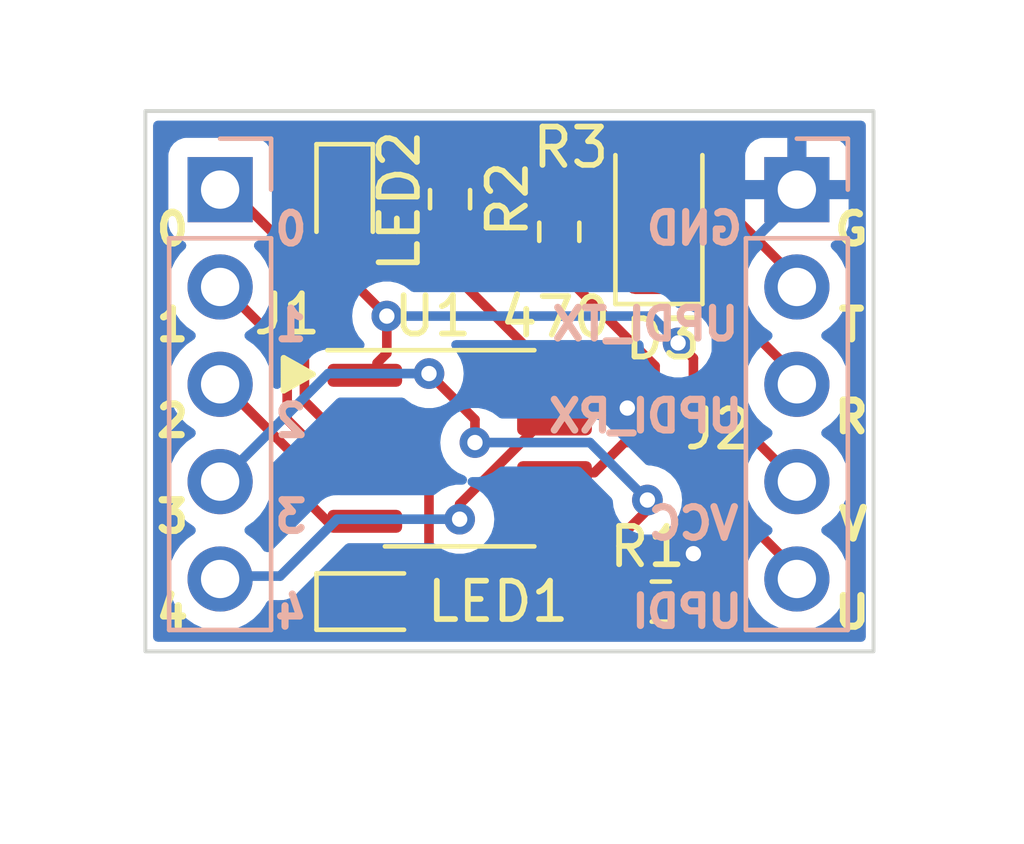
<source format=kicad_pcb>
(kicad_pcb (version 20221018) (generator pcbnew)
  (layers (0 "F.Cu" signal) (31 "B.Cu" signal) (34 "B.Paste" user) (35 "F.Paste" user) (36 "B.SilkS" user "B.Silkscreen") (37 "F.SilkS" user "F.Silkscreen") (38 "B.Mask" user) (39 "F.Mask" user) (44 "Edge.Cuts" user))
  (net 0 "")
  (net 1 "2")
  (net 2 "3")
  (net 3 "4")
  (net 4 "Net-(D1-K)")
  (net 5 "Net-(D2-K)")
  (net 6 "8")
  (net 7 "5")
  (net 8 "6")
  (net 9 "7")
  (net 10 "1")
  (net 11 "UPDI_RX")
  (net 12 "UPDI_TX")
  (footprint "Resistor_SMD:R_0603_1608Metric" (layer "F.Cu") (at 96.6 74.1 90)
    (fp_text reference "470" (at -2.225 -0.1) (layer "F.SilkS"))
    (fp_text value "R3" (at 2.2 0.3) (layer "F.SilkS"))
    (fp_line (start -0.237258 -0.5225) (end 0.237258 -0.5225) (stroke (width 0.12)) (layer "F.SilkS"))
    (fp_line (start -0.237258 0.5225) (end 0.237258 0.5225) (stroke (width 0.12)) (layer "F.SilkS"))
    (pad "1" smd roundrect (at -0.825 0 90) (size 0.8 0.95) (layers "F.Cu" "F.Paste" "F.Mask") (net 8 "6"))
    (pad "2" smd roundrect (at 0.825 0 90) (size 0.8 0.95) (layers "F.Cu" "F.Paste" "F.Mask") (net 11 "UPDI_RX"))
  )
  (footprint "Resistor_SMD:R_0603_1608Metric" (layer "F.Cu") (at 93.75 73.25 -90)
    (fp_text reference "R2" (at 0 -1.5 90) (layer "F.SilkS"))
    (fp_text value "1k")
    (fp_line (start -0.237258 -0.5225) (end 0.237258 -0.5225) (stroke (width 0.12)) (layer "F.SilkS"))
    (fp_line (start -0.237258 0.5225) (end 0.237258 0.5225) (stroke (width 0.12)) (layer "F.SilkS"))
    (pad "1" smd roundrect (at -0.825 0 270) (size 0.8 0.95) (layers "F.Cu" "F.Paste" "F.Mask") (net 5 "Net-(D2-K)"))
    (pad "2" smd roundrect (at 0.825 0 270) (size 0.8 0.95) (layers "F.Cu" "F.Paste" "F.Mask") (net 6 "8"))
  )
  (footprint "Diode_SMD:D_1206_3216Metric" (layer "F.Cu") (at 99.2 73.7 90)
    (fp_text reference "D3" (at -3.2 0.1) (layer "F.SilkS"))
    (fp_text value "RB160M-30")
    (fp_line (start -2.285 -1.135) (end -2.285 1.135) (stroke (width 0.12)) (layer "F.SilkS"))
    (fp_line (start -2.285 1.135) (end 1.6 1.135) (stroke (width 0.12)) (layer "F.SilkS"))
    (fp_line (start 1.6 -1.135) (end -2.285 -1.135) (stroke (width 0.12)) (layer "F.SilkS"))
    (pad "1" smd roundrect (at -1.4 0 90) (size 1.25 1.75) (layers "F.Cu" "F.Paste" "F.Mask") (roundrect_rratio 0.2) (net 11 "UPDI_RX"))
    (pad "2" smd roundrect (at 1.4 0 90) (size 1.25 1.75) (layers "F.Cu" "F.Paste" "F.Mask") (roundrect_rratio 0.2) (net 12 "UPDI_TX"))
  )
  (footprint "Resistor_SMD:R_0603_1608Metric" (layer "F.Cu") (at 99.25 83.75)
    (fp_text reference "R1" (at -0.35 -1.43) (layer "F.SilkS"))
    (fp_text value "1k")
    (fp_line (start -0.237258 -0.5225) (end 0.237258 -0.5225) (stroke (width 0.12)) (layer "F.SilkS"))
    (fp_line (start -0.237258 0.5225) (end 0.237258 0.5225) (stroke (width 0.12)) (layer "F.SilkS"))
    (pad "1" smd roundrect (at -0.825 0) (size 0.8 0.95) (layers "F.Cu" "F.Paste" "F.Mask") (net 4 "Net-(D1-K)"))
    (pad "2" smd roundrect (at 0.825 0) (size 0.8 0.95) (layers "F.Cu" "F.Paste" "F.Mask") (net 6 "8"))
  )
  (footprint "Diode_SMD:D_0603_1608Metric" (layer "F.Cu") (at 91.75 83.75)
    (fp_text reference "LED1" (at 3.25 0) (layer "F.SilkS"))
    (fp_text value "LED")
    (fp_line (start -1.485 -0.735) (end -1.485 0.735) (stroke (width 0.12)) (layer "F.SilkS"))
    (fp_line (start -1.485 0.735) (end 0.8 0.735) (stroke (width 0.12)) (layer "F.SilkS"))
    (fp_line (start 0.8 -0.735) (end -1.485 -0.735) (stroke (width 0.12)) (layer "F.SilkS"))
    (pad "1" smd roundrect (at -0.7875 0) (size 0.875 0.95) (layers "F.Cu" "F.Paste" "F.Mask") (net 4 "Net-(D1-K)"))
    (pad "2" smd roundrect (at 0.7875 0) (size 0.875 0.95) (layers "F.Cu" "F.Paste" "F.Mask") (net 2 "3"))
  )
  (footprint "Package_SO:SOIC-8_3.9x4.9mm_P1.27mm" (layer "F.Cu") (at 94 79.75)
    (fp_text reference "U1" (at -0.7 -3.45) (layer "F.SilkS"))
    (fp_text value "ATtiny202-SS")
    (fp_line (start 0 -2.56) (end -3.45 -2.56) (stroke (width 0.12)) (layer "F.SilkS"))
    (fp_line (start 0 -2.56) (end 1.95 -2.56) (stroke (width 0.12)) (layer "F.SilkS"))
    (fp_line (start 0 2.56) (end -1.95 2.56) (stroke (width 0.12)) (layer "F.SilkS"))
    (fp_line (start 0 2.56) (end 1.95 2.56) (stroke (width 0.12)) (layer "F.SilkS"))
    (pad "1" smd roundrect (at -2.475 -1.905) (size 1.95 0.6) (layers "F.Cu" "F.Paste" "F.Mask") (net 10 "1"))
    (pad "2" smd roundrect (at -2.475 -0.635) (size 1.95 0.6) (layers "F.Cu" "F.Paste" "F.Mask") (net 1 "2"))
    (pad "3" smd roundrect (at -2.475 0.635) (size 1.95 0.6) (layers "F.Cu" "F.Paste" "F.Mask") (net 2 "3"))
    (pad "4" smd roundrect (at -2.475 1.905) (size 1.95 0.6) (layers "F.Cu" "F.Paste" "F.Mask") (net 3 "4"))
    (pad "5" smd roundrect (at 2.475 1.905) (size 1.95 0.6) (layers "F.Cu" "F.Paste" "F.Mask") (net 7 "5"))
    (pad "6" smd roundrect (at 2.475 0.635) (size 1.95 0.6) (layers "F.Cu" "F.Paste" "F.Mask") (net 8 "6"))
    (pad "7" smd roundrect (at 2.475 -0.635) (size 1.95 0.6) (layers "F.Cu" "F.Paste" "F.Mask") (net 9 "7"))
    (pad "8" smd roundrect (at 2.475 -1.905) (size 1.95 0.6) (layers "F.Cu" "F.Paste" "F.Mask") (net 6 "8"))
  )
  (footprint "Diode_SMD:D_0603_1608Metric" (layer "F.Cu") (at 91 73.3 -90)
    (fp_text reference "LED2" (at 0 -1.43 90) (layer "F.SilkS"))
    (fp_text value "LED")
    (fp_line (start -1.485 -0.735) (end -1.485 0.735) (stroke (width 0.12)) (layer "F.SilkS"))
    (fp_line (start -1.485 0.735) (end 0.8 0.735) (stroke (width 0.12)) (layer "F.SilkS"))
    (fp_line (start 0.8 -0.735) (end -1.485 -0.735) (stroke (width 0.12)) (layer "F.SilkS"))
    (pad "1" smd roundrect (at -0.7875 0 270) (size 0.875 0.95) (layers "F.Cu" "F.Paste" "F.Mask") (net 5 "Net-(D2-K)"))
    (pad "2" smd roundrect (at 0.7875 0 270) (size 0.875 0.95) (layers "F.Cu" "F.Paste" "F.Mask") (net 10 "1"))
  )
  (footprint "Connector_PinHeader_2.54mm:PinHeader_1x05_P2.54mm_Vertical" (layer "B.Cu") (at 87.75 73 180)
    (fp_text reference "J1" (at -1.75 -3.25) (layer "F.SilkS"))
    (fp_text value "Conn_01x05_Pin")
    (fp_line (start -1.33 -11.49) (end 1.33 -11.49) (stroke (width 0.12)) (layer "B.SilkS"))
    (fp_line (start -1.33 -1.27) (end -1.33 -11.49) (stroke (width 0.12)) (layer "B.SilkS"))
    (fp_line (start -1.33 -1.27) (end 1.33 -1.27) (stroke (width 0.12)) (layer "B.SilkS"))
    (fp_line (start -1.33 0) (end -1.33 1.33) (stroke (width 0.12)) (layer "B.SilkS"))
    (fp_line (start -1.33 1.33) (end 0 1.33) (stroke (width 0.12)) (layer "B.SilkS"))
    (fp_line (start 1.33 -1.27) (end 1.33 -11.49) (stroke (width 0.12)) (layer "B.SilkS"))
    (pad "1" thru_hole rect (at 0 0 180) (size 1.7 1.7) (drill 1) (layers "*.Cu" "*.Mask") (net 1 "2"))
    (pad "2" thru_hole oval (at 0 -2.54 180) (size 1.7 1.7) (drill 1) (layers "*.Cu" "*.Mask") (net 2 "3"))
    (pad "3" thru_hole oval (at 0 -5.08 180) (size 1.7 1.7) (drill 1) (layers "*.Cu" "*.Mask") (net 3 "4"))
    (pad "4" thru_hole oval (at 0 -7.62 180) (size 1.7 1.7) (drill 1) (layers "*.Cu" "*.Mask") (net 7 "5"))
    (pad "5" thru_hole oval (at 0 -10.16 180) (size 1.7 1.7) (drill 1) (layers "*.Cu" "*.Mask") (net 9 "7"))
  )
  (footprint "Connector_PinHeader_2.54mm:PinHeader_1x05_P2.54mm_Vertical" (layer "B.Cu") (at 102.8 73 180)
    (fp_text reference "J2" (at 2.05 -6.25) (layer "F.SilkS"))
    (fp_text value "Conn_01x05_Pin")
    (fp_line (start -1.33 -11.49) (end 1.33 -11.49) (stroke (width 0.12)) (layer "B.SilkS"))
    (fp_line (start -1.33 -1.27) (end -1.33 -11.49) (stroke (width 0.12)) (layer "B.SilkS"))
    (fp_line (start -1.33 -1.27) (end 1.33 -1.27) (stroke (width 0.12)) (layer "B.SilkS"))
    (fp_line (start -1.33 0) (end -1.33 1.33) (stroke (width 0.12)) (layer "B.SilkS"))
    (fp_line (start -1.33 1.33) (end 0 1.33) (stroke (width 0.12)) (layer "B.SilkS"))
    (fp_line (start 1.33 -1.27) (end 1.33 -11.49) (stroke (width 0.12)) (layer "B.SilkS"))
    (pad "1" thru_hole rect (at 0 0 180) (size 1.7 1.7) (drill 1) (layers "*.Cu" "*.Mask") (net 6 "8"))
    (pad "2" thru_hole oval (at 0 -2.54 180) (size 1.7 1.7) (drill 1) (layers "*.Cu" "*.Mask") (net 12 "UPDI_TX"))
    (pad "3" thru_hole oval (at 0 -5.08 180) (size 1.7 1.7) (drill 1) (layers "*.Cu" "*.Mask") (net 11 "UPDI_RX"))
    (pad "4" thru_hole oval (at 0 -7.62 180) (size 1.7 1.7) (drill 1) (layers "*.Cu" "*.Mask") (net 10 "1"))
    (pad "5" thru_hole oval (at 0 -10.16 180) (size 1.7 1.7) (drill 1) (layers "*.Cu" "*.Mask") (net 8 "6"))
  )
  (gr_rect (start 85.8 70.95) (end 104.8 85.05) (stroke (width 0.1)) (fill none) (layer "Edge.Cuts"))
  (gr_text "GND" (at 101.47 74.48) (layer "B.SilkS") (effects (font (size 0.8 0.8) (thickness 0.1875)) (justify left bottom mirror)))
  (gr_text "VCC" (at 101.37 82.18) (layer "B.SilkS") (effects (font (size 0.8 0.8) (thickness 0.1875)) (justify left bottom mirror)))
  (gr_text "2" (at 90.1 79.5) (layer "B.SilkS") (effects (font (size 0.8 0.8) (thickness 0.1875)) (justify left bottom mirror)))
  (gr_text "UPDI_RX" (at 101.47 79.38) (layer "B.SilkS") (effects (font (size 0.8 0.8) (thickness 0.1875)) (justify left bottom mirror)))
  (gr_text "1" (at 90.1 77) (layer "B.SilkS") (effects (font (size 0.8 0.8) (thickness 0.1875)) (justify left bottom mirror)))
  (gr_text "0" (at 90.1 74.5) (layer "B.SilkS") (effects (font (size 0.8 0.8) (thickness 0.1875)) (justify left bottom mirror)))
  (gr_text "4" (at 90.1 84.5) (layer "B.SilkS") (effects (font (size 0.8 0.8) (thickness 0.1875)) (justify left bottom mirror)))
  (gr_text "UPDI_TX" (at 101.37 76.98) (layer "B.SilkS") (effects (font (size 0.8 0.8) (thickness 0.1875)) (justify left bottom mirror)))
  (gr_text "UPDI" (at 101.47 84.48) (layer "B.SilkS") (effects (font (size 0.8 0.8) (thickness 0.1875)) (justify left bottom mirror)))
  (gr_text "3" (at 90.1 82) (layer "B.SilkS") (effects (font (size 0.8 0.8) (thickness 0.1875)) (justify left bottom mirror)))
  (gr_text "2" (at 86 79.5) (layer "F.SilkS") (effects (font (size 0.8 0.8) (thickness 0.1875)) (justify left bottom)))
  (gr_text "U" (at 103.7 84.5) (layer "F.SilkS") (effects (font (size 0.8 0.8) (thickness 0.1875)) (justify left bottom)))
  (gr_text "T" (at 103.8 77) (layer "F.SilkS") (effects (font (size 0.8 0.8) (thickness 0.1875)) (justify left bottom)))
  (gr_text "3" (at 86 82) (layer "F.SilkS") (effects (font (size 0.8 0.8) (thickness 0.1875)) (justify left bottom)))
  (gr_text "G" (at 103.7 74.5) (layer "F.SilkS") (effects (font (size 0.8 0.8) (thickness 0.1875)) (justify left bottom)))
  (gr_text "▼" (at 90.3 77.1 90) (layer "F.SilkS") (effects (font (size 1 1)) (justify left bottom mirror)))
  (gr_text "V" (at 103.8 82.2) (layer "F.SilkS") (effects (font (size 0.8 0.8) (thickness 0.1875)) (justify left bottom)))
  (gr_text "0" (at 86 74.5) (layer "F.SilkS") (effects (font (size 0.8 0.8) (thickness 0.1875)) (justify left bottom)))
  (gr_text "R" (at 103.7 79.4) (layer "F.SilkS") (effects (font (size 0.8 0.8) (thickness 0.1875)) (justify left bottom)))
  (gr_text "4" (at 86 84.5) (layer "F.SilkS") (effects (font (size 0.8 0.8) (thickness 0.1875)) (justify left bottom)))
  (gr_text "1" (at 86 77) (layer "F.SilkS") (effects (font (size 0.8 0.8) (thickness 0.1875)) (justify left bottom)))
  (segment (start 89.95 76.05) (end 89.95 78.514999) (width 0.25) (layer "F.Cu") (net 1))
  (segment (start 87.75 73) (end 88 73) (width 0.25) (layer "F.Cu") (net 1))
  (segment (start 89.6 75.7) (end 89.95 76.05) (width 0.25) (layer "F.Cu") (net 1))
  (segment (start 90.550001 79.115) (end 91.525 79.115) (width 0.25) (layer "F.Cu") (net 1))
  (segment (start 89.95 78.514999) (end 90.550001 79.115) (width 0.25) (layer "F.Cu") (net 1))
  (segment (start 88 73) (end 89.6 74.6) (width 0.25) (layer "F.Cu") (net 1))
  (segment (start 89.6 74.6) (end 89.6 75.7) (width 0.25) (layer "F.Cu") (net 1))
  (segment (start 93.2 83.0875) (end 92.5375 83.75) (width 0.25) (layer "F.Cu") (net 2))
  (segment (start 87.75 75.465) (end 89.5 77.215) (width 0.25) (layer "F.Cu") (net 2))
  (segment (start 92.785 80.385) (end 93.2 80.8) (width 0.25) (layer "F.Cu") (net 2))
  (segment (start 90.885 80.385) (end 91.525 80.385) (width 0.25) (layer "F.Cu") (net 2))
  (segment (start 89.5 79) (end 90.885 80.385) (width 0.25) (layer "F.Cu") (net 2))
  (segment (start 93.2 80.8) (end 93.2 83.0875) (width 0.25) (layer "F.Cu") (net 2))
  (segment (start 91.525 80.385) (end 92.785 80.385) (width 0.25) (layer "F.Cu") (net 2))
  (segment (start 89.5 77.215) (end 89.5 79) (width 0.25) (layer "F.Cu") (net 2))
  (segment (start 90.550001 81.655) (end 91.525 81.655) (width 0.25) (layer "F.Cu") (net 3))
  (segment (start 89.8 80.055) (end 89.8 80.904999) (width 0.25) (layer "F.Cu") (net 3))
  (segment (start 87.75 78.005) (end 89.8 80.055) (width 0.25) (layer "F.Cu") (net 3))
  (segment (start 89.8 80.904999) (end 90.550001 81.655) (width 0.25) (layer "F.Cu") (net 3))
  (segment (start 91.8125 84.6) (end 90.9625 83.75) (width 0.25) (layer "F.Cu") (net 4))
  (segment (start 98.425 83.775) (end 97.6 84.6) (width 0.25) (layer "F.Cu") (net 4))
  (segment (start 97.6 84.6) (end 91.8125 84.6) (width 0.25) (layer "F.Cu") (net 4))
  (segment (start 98.425 83.75) (end 98.425 83.775) (width 0.25) (layer "F.Cu") (net 4))
  (segment (start 93.7125 72.4625) (end 93.75 72.425) (width 0.25) (layer "F.Cu") (net 5))
  (segment (start 90.75 72.4625) (end 93.7125 72.4625) (width 0.25) (layer "F.Cu") (net 5))
  (segment (start 97.5205 77.845) (end 96.475 77.845) (width 0.25) (layer "F.Cu") (net 6))
  (segment (start 100.075 83.75) (end 100.075 82.525) (width 0.25) (layer "F.Cu") (net 6))
  (segment (start 93.75 75.12) (end 96.475 77.845) (width 0.25) (layer "F.Cu") (net 6))
  (segment (start 93.75 74.075) (end 93.75 75.12) (width 0.25) (layer "F.Cu") (net 6))
  (segment (start 98.3755 78.7) (end 97.5205 77.845) (width 0.25) (layer "F.Cu") (net 6))
  (segment (start 100.075 82.525) (end 100.1 82.5) (width 0.25) (layer "F.Cu") (net 6))
  (via (at 98.3755 78.7) (size 0.8) (drill 0.4) (layers "F.Cu" "B.Cu") (net 6))
  (via (at 100.1 82.5) (size 0.8) (drill 0.4) (layers "F.Cu" "B.Cu") (net 6))
  (segment (start 98.3755 78.7) (end 100.1 80.4245) (width 0.25) (layer "B.Cu") (net 6))
  (segment (start 100.7 75.3) (end 103 73) (width 0.25) (layer "B.Cu") (net 6))
  (segment (start 100.1 82.5) (end 100.1 82.4) (width 0.25) (layer "B.Cu") (net 6))
  (segment (start 98.3755 78.7) (end 100.1 78.7) (width 0.25) (layer "B.Cu") (net 6))
  (segment (start 100.1 78.7) (end 100.7 78.1) (width 0.25) (layer "B.Cu") (net 6))
  (segment (start 100.7 78.1) (end 100.7 75.3) (width 0.25) (layer "B.Cu") (net 6))
  (segment (start 100.1 80.4245) (end 100.1 82.5) (width 0.25) (layer "B.Cu") (net 6))
  (segment (start 98.9 81.359619) (end 98.234619 82.025) (width 0.25) (layer "F.Cu") (net 7))
  (segment (start 98.9 81.1) (end 98.9 81.359619) (width 0.25) (layer "F.Cu") (net 7))
  (segment (start 93.2 77.8) (end 94.4 79) (width 0.25) (layer "F.Cu") (net 7))
  (segment (start 96.845 82.025) (end 96.475 81.655) (width 0.25) (layer "F.Cu") (net 7))
  (segment (start 94.4 79) (end 94.4 79.6) (width 0.25) (layer "F.Cu") (net 7))
  (segment (start 98.234619 82.025) (end 96.845 82.025) (width 0.25) (layer "F.Cu") (net 7))
  (via (at 98.9 81.1) (size 0.8) (drill 0.4) (layers "F.Cu" "B.Cu") (net 7))
  (via (at 94.4 79.6) (size 0.8) (drill 0.4) (layers "F.Cu" "B.Cu") (net 7))
  (via (at 93.2 77.8) (size 0.8) (drill 0.4) (layers "F.Cu" "B.Cu") (net 7))
  (segment (start 94.4 79.6) (end 97.4 79.6) (width 0.25) (layer "B.Cu") (net 7))
  (segment (start 90.57 77.8) (end 87.75 80.62) (width 0.25) (layer "B.Cu") (net 7))
  (segment (start 97.4 79.6) (end 98.9 81.1) (width 0.25) (layer "B.Cu") (net 7))
  (segment (start 93.2 77.8) (end 90.57 77.8) (width 0.25) (layer "B.Cu") (net 7))
  (segment (start 99.44 79.6) (end 103 83.16) (width 0.25) (layer "F.Cu") (net 8))
  (segment (start 98.3 79.6) (end 99.44 79.6) (width 0.25) (layer "F.Cu") (net 8))
  (segment (start 98.3 79.6) (end 97.515 80.385) (width 0.25) (layer "F.Cu") (net 8))
  (segment (start 99.1 77.6) (end 99.1 79.6) (width 0.25) (layer "F.Cu") (net 8))
  (segment (start 97.515 80.385) (end 96.475 80.385) (width 0.25) (layer "F.Cu") (net 8))
  (segment (start 96.5 75) (end 99.1 77.6) (width 0.25) (layer "F.Cu") (net 8))
  (segment (start 96.094092 79.115) (end 96.475 79.115) (width 0.25) (layer "F.Cu") (net 9))
  (segment (start 94 81.6) (end 94 81.209092) (width 0.25) (layer "F.Cu") (net 9))
  (segment (start 94 81.209092) (end 96.094092 79.115) (width 0.25) (layer "F.Cu") (net 9))
  (via (at 94 81.6) (size 0.8) (drill 0.4) (layers "F.Cu" "B.Cu") (net 9))
  (segment (start 89.315 83.085) (end 87.75 83.085) (width 0.25) (layer "B.Cu") (net 9))
  (segment (start 90.8 81.6) (end 89.315 83.085) (width 0.25) (layer "B.Cu") (net 9))
  (segment (start 94 81.6) (end 90.8 81.6) (width 0.25) (layer "B.Cu") (net 9))
  (segment (start 91 75.2) (end 92.1 76.3) (width 0.25) (layer "F.Cu") (net 10))
  (segment (start 99.7 77) (end 99.7 77) (width 0.25) (layer "F.Cu") (net 10))
  (segment (start 100.1 77.92) (end 100.1 77.4) (width 0.25) (layer "F.Cu") (net 10))
  (segment (start 91 74.0875) (end 91 75.2) (width 0.25) (layer "F.Cu") (net 10))
  (segment (start 92.1 77.27) (end 91.843198 77.526802) (width 0.25) (layer "F.Cu") (net 10))
  (segment (start 102.8 80.62) (end 100.1 77.92) (width 0.25) (layer "F.Cu") (net 10))
  (segment (start 100.1 77.4) (end 99.7 77) (width 0.25) (layer "F.Cu") (net 10))
  (segment (start 92.1 76.3) (end 92.1 77.27) (width 0.25) (layer "F.Cu") (net 10))
  (via (at 99.7 77) (size 0.8) (drill 0.4) (layers "F.Cu" "B.Cu") (net 10))
  (via (at 92.1 76.3) (size 0.8) (drill 0.4) (layers "F.Cu" "B.Cu") (net 10))
  (segment (start 99.7 77) (end 99 76.3) (width 0.25) (layer "B.Cu") (net 10))
  (segment (start 99 76.3) (end 92.1 76.3) (width 0.25) (layer "B.Cu") (net 10))
  (segment (start 92 76.3) (end 92.1 76.3) (width 0.25) (layer "B.Cu") (net 10))
  (segment (start 92.1 76.3) (end 92.2 76.3) (width 0.25) (layer "B.Cu") (net 10))
  (segment (start 103 78.08) (end 100.22 75.3) (width 0.25) (layer "F.Cu") (net 11))
  (segment (start 100.22 75.3) (end 99.25 75.3) (width 0.25) (layer "F.Cu") (net 11))
  (segment (start 98.725 75.3) (end 96.5 73.075) (width 0.25) (layer "F.Cu") (net 11))
  (segment (start 99.25 75.3) (end 98.725 75.3) (width 0.25) (layer "F.Cu") (net 11))
  (segment (start 99.25 72.5) (end 99.96 72.5) (width 0.25) (layer "F.Cu") (net 12))
  (segment (start 99.96 72.5) (end 103 75.54) (width 0.25) (layer "F.Cu") (net 12))
  (zone (net 6) (net_name "8") (layer "B.Cu") (connect_pads (clearance 0.5)) (min_thickness 0.25) (fill yes (thermal_gap 0.5) (thermal_bridge_width 0.5))
    (polygon (pts (xy 86 71.2) (xy 86 84.8) (xy 104.6 84.8) (xy 104.6 71.2)))
  )
)
</source>
